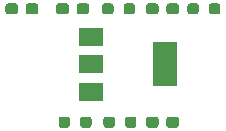
<source format=gbr>
%TF.GenerationSoftware,KiCad,Pcbnew,(5.1.8)-1*%
%TF.CreationDate,2021-01-22T21:13:55+01:00*%
%TF.ProjectId,const-curr_LT3092,636f6e73-742d-4637-9572-725f4c543330,rev?*%
%TF.SameCoordinates,Original*%
%TF.FileFunction,Paste,Top*%
%TF.FilePolarity,Positive*%
%FSLAX46Y46*%
G04 Gerber Fmt 4.6, Leading zero omitted, Abs format (unit mm)*
G04 Created by KiCad (PCBNEW (5.1.8)-1) date 2021-01-22 21:13:55*
%MOMM*%
%LPD*%
G01*
G04 APERTURE LIST*
%ADD10R,2.000000X3.800000*%
%ADD11R,2.000000X1.500000*%
G04 APERTURE END LIST*
%TO.C,C1*%
G36*
G01*
X83725000Y-58537500D02*
X83725000Y-58062500D01*
G75*
G02*
X83962500Y-57825000I237500J0D01*
G01*
X84562500Y-57825000D01*
G75*
G02*
X84800000Y-58062500I0J-237500D01*
G01*
X84800000Y-58537500D01*
G75*
G02*
X84562500Y-58775000I-237500J0D01*
G01*
X83962500Y-58775000D01*
G75*
G02*
X83725000Y-58537500I0J237500D01*
G01*
G37*
G36*
G01*
X82000000Y-58537500D02*
X82000000Y-58062500D01*
G75*
G02*
X82237500Y-57825000I237500J0D01*
G01*
X82837500Y-57825000D01*
G75*
G02*
X83075000Y-58062500I0J-237500D01*
G01*
X83075000Y-58537500D01*
G75*
G02*
X82837500Y-58775000I-237500J0D01*
G01*
X82237500Y-58775000D01*
G75*
G02*
X82000000Y-58537500I0J237500D01*
G01*
G37*
%TD*%
%TO.C,C2*%
G36*
G01*
X93900000Y-68137500D02*
X93900000Y-67662500D01*
G75*
G02*
X94137500Y-67425000I237500J0D01*
G01*
X94737500Y-67425000D01*
G75*
G02*
X94975000Y-67662500I0J-237500D01*
G01*
X94975000Y-68137500D01*
G75*
G02*
X94737500Y-68375000I-237500J0D01*
G01*
X94137500Y-68375000D01*
G75*
G02*
X93900000Y-68137500I0J237500D01*
G01*
G37*
G36*
G01*
X95625000Y-68137500D02*
X95625000Y-67662500D01*
G75*
G02*
X95862500Y-67425000I237500J0D01*
G01*
X96462500Y-67425000D01*
G75*
G02*
X96700000Y-67662500I0J-237500D01*
G01*
X96700000Y-68137500D01*
G75*
G02*
X96462500Y-68375000I-237500J0D01*
G01*
X95862500Y-68375000D01*
G75*
G02*
X95625000Y-68137500I0J237500D01*
G01*
G37*
%TD*%
%TO.C,C3*%
G36*
G01*
X86300000Y-58537500D02*
X86300000Y-58062500D01*
G75*
G02*
X86537500Y-57825000I237500J0D01*
G01*
X87137500Y-57825000D01*
G75*
G02*
X87375000Y-58062500I0J-237500D01*
G01*
X87375000Y-58537500D01*
G75*
G02*
X87137500Y-58775000I-237500J0D01*
G01*
X86537500Y-58775000D01*
G75*
G02*
X86300000Y-58537500I0J237500D01*
G01*
G37*
G36*
G01*
X88025000Y-58537500D02*
X88025000Y-58062500D01*
G75*
G02*
X88262500Y-57825000I237500J0D01*
G01*
X88862500Y-57825000D01*
G75*
G02*
X89100000Y-58062500I0J-237500D01*
G01*
X89100000Y-58537500D01*
G75*
G02*
X88862500Y-58775000I-237500J0D01*
G01*
X88262500Y-58775000D01*
G75*
G02*
X88025000Y-58537500I0J237500D01*
G01*
G37*
%TD*%
%TO.C,C4*%
G36*
G01*
X95625000Y-58537500D02*
X95625000Y-58062500D01*
G75*
G02*
X95862500Y-57825000I237500J0D01*
G01*
X96462500Y-57825000D01*
G75*
G02*
X96700000Y-58062500I0J-237500D01*
G01*
X96700000Y-58537500D01*
G75*
G02*
X96462500Y-58775000I-237500J0D01*
G01*
X95862500Y-58775000D01*
G75*
G02*
X95625000Y-58537500I0J237500D01*
G01*
G37*
G36*
G01*
X93900000Y-58537500D02*
X93900000Y-58062500D01*
G75*
G02*
X94137500Y-57825000I237500J0D01*
G01*
X94737500Y-57825000D01*
G75*
G02*
X94975000Y-58062500I0J-237500D01*
G01*
X94975000Y-58537500D01*
G75*
G02*
X94737500Y-58775000I-237500J0D01*
G01*
X94137500Y-58775000D01*
G75*
G02*
X93900000Y-58537500I0J237500D01*
G01*
G37*
%TD*%
%TO.C,R1*%
G36*
G01*
X88325000Y-68137500D02*
X88325000Y-67662500D01*
G75*
G02*
X88562500Y-67425000I237500J0D01*
G01*
X89062500Y-67425000D01*
G75*
G02*
X89300000Y-67662500I0J-237500D01*
G01*
X89300000Y-68137500D01*
G75*
G02*
X89062500Y-68375000I-237500J0D01*
G01*
X88562500Y-68375000D01*
G75*
G02*
X88325000Y-68137500I0J237500D01*
G01*
G37*
G36*
G01*
X86500000Y-68137500D02*
X86500000Y-67662500D01*
G75*
G02*
X86737500Y-67425000I237500J0D01*
G01*
X87237500Y-67425000D01*
G75*
G02*
X87475000Y-67662500I0J-237500D01*
G01*
X87475000Y-68137500D01*
G75*
G02*
X87237500Y-68375000I-237500J0D01*
G01*
X86737500Y-68375000D01*
G75*
G02*
X86500000Y-68137500I0J237500D01*
G01*
G37*
%TD*%
%TO.C,R2*%
G36*
G01*
X92987500Y-58062500D02*
X92987500Y-58537500D01*
G75*
G02*
X92750000Y-58775000I-237500J0D01*
G01*
X92250000Y-58775000D01*
G75*
G02*
X92012500Y-58537500I0J237500D01*
G01*
X92012500Y-58062500D01*
G75*
G02*
X92250000Y-57825000I237500J0D01*
G01*
X92750000Y-57825000D01*
G75*
G02*
X92987500Y-58062500I0J-237500D01*
G01*
G37*
G36*
G01*
X91162500Y-58062500D02*
X91162500Y-58537500D01*
G75*
G02*
X90925000Y-58775000I-237500J0D01*
G01*
X90425000Y-58775000D01*
G75*
G02*
X90187500Y-58537500I0J237500D01*
G01*
X90187500Y-58062500D01*
G75*
G02*
X90425000Y-57825000I237500J0D01*
G01*
X90925000Y-57825000D01*
G75*
G02*
X91162500Y-58062500I0J-237500D01*
G01*
G37*
%TD*%
%TO.C,R3*%
G36*
G01*
X98375000Y-58062500D02*
X98375000Y-58537500D01*
G75*
G02*
X98137500Y-58775000I-237500J0D01*
G01*
X97637500Y-58775000D01*
G75*
G02*
X97400000Y-58537500I0J237500D01*
G01*
X97400000Y-58062500D01*
G75*
G02*
X97637500Y-57825000I237500J0D01*
G01*
X98137500Y-57825000D01*
G75*
G02*
X98375000Y-58062500I0J-237500D01*
G01*
G37*
G36*
G01*
X100200000Y-58062500D02*
X100200000Y-58537500D01*
G75*
G02*
X99962500Y-58775000I-237500J0D01*
G01*
X99462500Y-58775000D01*
G75*
G02*
X99225000Y-58537500I0J237500D01*
G01*
X99225000Y-58062500D01*
G75*
G02*
X99462500Y-57825000I237500J0D01*
G01*
X99962500Y-57825000D01*
G75*
G02*
X100200000Y-58062500I0J-237500D01*
G01*
G37*
%TD*%
%TO.C,R4*%
G36*
G01*
X90300000Y-68137500D02*
X90300000Y-67662500D01*
G75*
G02*
X90537500Y-67425000I237500J0D01*
G01*
X91037500Y-67425000D01*
G75*
G02*
X91275000Y-67662500I0J-237500D01*
G01*
X91275000Y-68137500D01*
G75*
G02*
X91037500Y-68375000I-237500J0D01*
G01*
X90537500Y-68375000D01*
G75*
G02*
X90300000Y-68137500I0J237500D01*
G01*
G37*
G36*
G01*
X92125000Y-68137500D02*
X92125000Y-67662500D01*
G75*
G02*
X92362500Y-67425000I237500J0D01*
G01*
X92862500Y-67425000D01*
G75*
G02*
X93100000Y-67662500I0J-237500D01*
G01*
X93100000Y-68137500D01*
G75*
G02*
X92862500Y-68375000I-237500J0D01*
G01*
X92362500Y-68375000D01*
G75*
G02*
X92125000Y-68137500I0J237500D01*
G01*
G37*
%TD*%
D10*
%TO.C,U1*%
X95550000Y-63000000D03*
D11*
X89250000Y-63000000D03*
X89250000Y-65300000D03*
X89250000Y-60700000D03*
%TD*%
M02*

</source>
